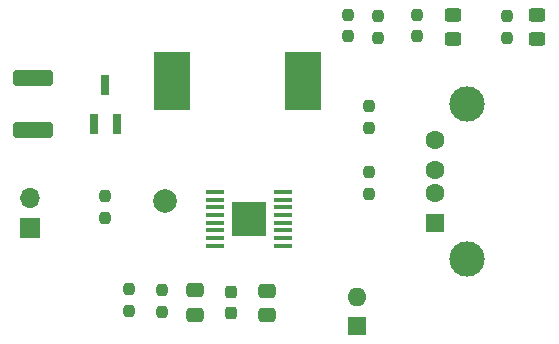
<source format=gbr>
%TF.GenerationSoftware,KiCad,Pcbnew,(6.0.7-1)-1*%
%TF.CreationDate,2023-01-16T13:52:54-08:00*%
%TF.ProjectId,updated_boost_USB_charger,75706461-7465-4645-9f62-6f6f73745f55,rev?*%
%TF.SameCoordinates,Original*%
%TF.FileFunction,Soldermask,Top*%
%TF.FilePolarity,Negative*%
%FSLAX46Y46*%
G04 Gerber Fmt 4.6, Leading zero omitted, Abs format (unit mm)*
G04 Created by KiCad (PCBNEW (6.0.7-1)-1) date 2023-01-16 13:52:54*
%MOMM*%
%LPD*%
G01*
G04 APERTURE LIST*
G04 Aperture macros list*
%AMRoundRect*
0 Rectangle with rounded corners*
0 $1 Rounding radius*
0 $2 $3 $4 $5 $6 $7 $8 $9 X,Y pos of 4 corners*
0 Add a 4 corners polygon primitive as box body*
4,1,4,$2,$3,$4,$5,$6,$7,$8,$9,$2,$3,0*
0 Add four circle primitives for the rounded corners*
1,1,$1+$1,$2,$3*
1,1,$1+$1,$4,$5*
1,1,$1+$1,$6,$7*
1,1,$1+$1,$8,$9*
0 Add four rect primitives between the rounded corners*
20,1,$1+$1,$2,$3,$4,$5,0*
20,1,$1+$1,$4,$5,$6,$7,0*
20,1,$1+$1,$6,$7,$8,$9,0*
20,1,$1+$1,$8,$9,$2,$3,0*%
G04 Aperture macros list end*
%ADD10RoundRect,0.100000X-0.675000X-0.100000X0.675000X-0.100000X0.675000X0.100000X-0.675000X0.100000X0*%
%ADD11R,3.000000X3.000000*%
%ADD12RoundRect,0.237500X-0.237500X0.250000X-0.237500X-0.250000X0.237500X-0.250000X0.237500X0.250000X0*%
%ADD13O,1.700000X1.700000*%
%ADD14R,1.700000X1.700000*%
%ADD15RoundRect,0.250000X0.475000X-0.337500X0.475000X0.337500X-0.475000X0.337500X-0.475000X-0.337500X0*%
%ADD16R,0.800000X1.800000*%
%ADD17O,1.600000X1.600000*%
%ADD18R,1.600000X1.600000*%
%ADD19RoundRect,0.237500X0.237500X-0.250000X0.237500X0.250000X-0.237500X0.250000X-0.237500X-0.250000X0*%
%ADD20C,2.000000*%
%ADD21RoundRect,0.237500X0.237500X-0.300000X0.237500X0.300000X-0.237500X0.300000X-0.237500X-0.300000X0*%
%ADD22RoundRect,0.250000X0.450000X-0.325000X0.450000X0.325000X-0.450000X0.325000X-0.450000X-0.325000X0*%
%ADD23RoundRect,0.250000X-0.475000X0.337500X-0.475000X-0.337500X0.475000X-0.337500X0.475000X0.337500X0*%
%ADD24R,3.100000X5.000000*%
%ADD25RoundRect,0.250000X-1.450000X0.400000X-1.450000X-0.400000X1.450000X-0.400000X1.450000X0.400000X0*%
%ADD26R,1.500000X1.600000*%
%ADD27C,1.600000*%
%ADD28C,3.000000*%
G04 APERTURE END LIST*
D10*
%TO.C,U1*%
X106599000Y-107580000D03*
X106599000Y-108230000D03*
X106599000Y-108880000D03*
X106599000Y-109530000D03*
X106599000Y-110180000D03*
X106599000Y-110830000D03*
X106599000Y-111480000D03*
X106599000Y-112130000D03*
X112349000Y-112130000D03*
X112349000Y-111480000D03*
X112349000Y-110830000D03*
X112349000Y-110180000D03*
X112349000Y-109530000D03*
X112349000Y-108880000D03*
X112349000Y-108230000D03*
X112349000Y-107580000D03*
D11*
X109474000Y-109855000D03*
%TD*%
D12*
%TO.C,R1*%
X97282000Y-107926500D03*
X97282000Y-109751500D03*
%TD*%
D13*
%TO.C,BT1*%
X90932000Y-108072000D03*
D14*
X90932000Y-110612000D03*
%TD*%
D15*
%TO.C,C1*%
X104902000Y-117983000D03*
X104902000Y-115908000D03*
%TD*%
D16*
%TO.C,Q1*%
X96332000Y-101853000D03*
X98232000Y-101853000D03*
X97282000Y-98553000D03*
%TD*%
D17*
%TO.C,C4*%
X118618000Y-116459000D03*
D18*
X118618000Y-118959000D03*
%TD*%
D19*
%TO.C,R7*%
X131318000Y-94511500D03*
X131318000Y-92686500D03*
%TD*%
D12*
%TO.C,R6*%
X119634000Y-100306500D03*
X119634000Y-102131500D03*
%TD*%
D19*
%TO.C,R8*%
X123698000Y-94408000D03*
X123698000Y-92583000D03*
%TD*%
D12*
%TO.C,R3*%
X99314000Y-115800500D03*
X99314000Y-117625500D03*
%TD*%
D19*
%TO.C,R2*%
X102108000Y-117726000D03*
X102108000Y-115901000D03*
%TD*%
%TO.C,R5*%
X117856000Y-94408000D03*
X117856000Y-92583000D03*
%TD*%
D20*
%TO.C,Test Point*%
X102362000Y-108331000D03*
%TD*%
D21*
%TO.C,C2*%
X107950000Y-117808000D03*
X107950000Y-116083000D03*
%TD*%
D12*
%TO.C,R4*%
X120396000Y-92686500D03*
X120396000Y-94511500D03*
%TD*%
D19*
%TO.C,R9*%
X119634000Y-107719500D03*
X119634000Y-105894500D03*
%TD*%
D22*
%TO.C,D2*%
X126746000Y-94624000D03*
X126746000Y-92574000D03*
%TD*%
D23*
%TO.C,C3*%
X110998000Y-115929500D03*
X110998000Y-118004500D03*
%TD*%
D24*
%TO.C,L1*%
X102908000Y-98171000D03*
X114008000Y-98171000D03*
%TD*%
D22*
%TO.C,D1*%
X133858000Y-94624000D03*
X133858000Y-92574000D03*
%TD*%
D25*
%TO.C,F1*%
X91186000Y-97912000D03*
X91186000Y-102362000D03*
%TD*%
D26*
%TO.C,J1*%
X125196000Y-110180000D03*
D27*
X125196000Y-107680000D03*
X125196000Y-105680000D03*
X125196000Y-103180000D03*
D28*
X127906000Y-100110000D03*
X127906000Y-113250000D03*
%TD*%
M02*

</source>
